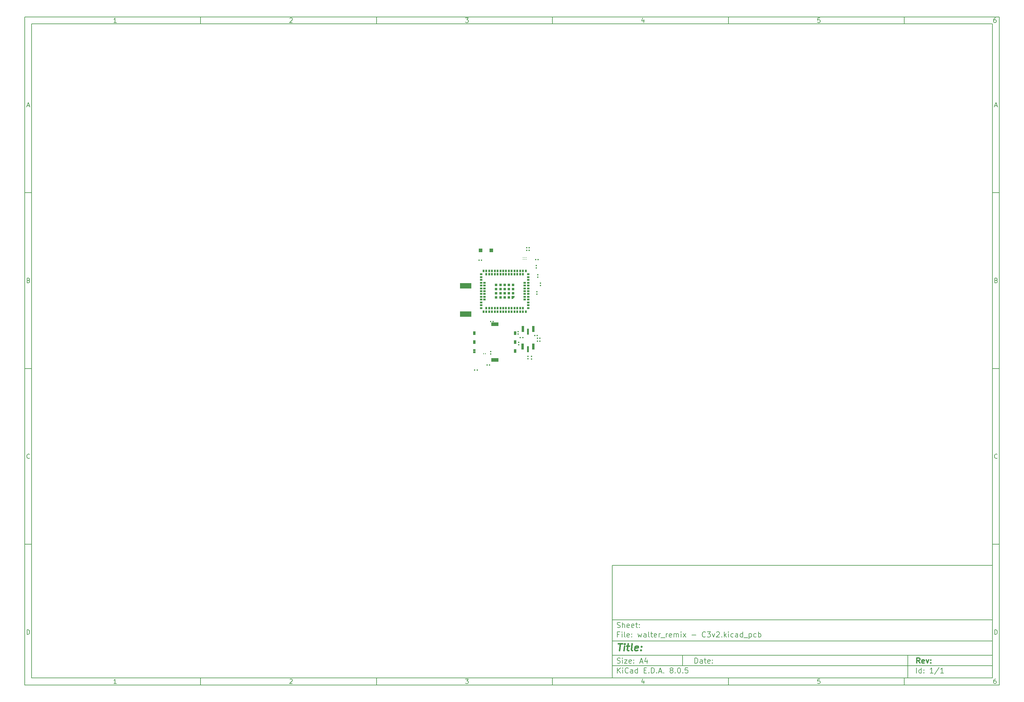
<source format=gbr>
%TF.GenerationSoftware,KiCad,Pcbnew,8.0.5*%
%TF.CreationDate,2024-12-27T02:30:01+01:00*%
%TF.ProjectId,walter_remix - C3v2,77616c74-6572-45f7-9265-6d6978202d20,rev?*%
%TF.SameCoordinates,Original*%
%TF.FileFunction,Paste,Bot*%
%TF.FilePolarity,Positive*%
%FSLAX45Y45*%
G04 Gerber Fmt 4.5, Leading zero omitted, Abs format (unit mm)*
G04 Created by KiCad (PCBNEW 8.0.5) date 2024-12-27 02:30:01*
%MOMM*%
%LPD*%
G01*
G04 APERTURE LIST*
G04 Aperture macros list*
%AMRoundRect*
0 Rectangle with rounded corners*
0 $1 Rounding radius*
0 $2 $3 $4 $5 $6 $7 $8 $9 X,Y pos of 4 corners*
0 Add a 4 corners polygon primitive as box body*
4,1,4,$2,$3,$4,$5,$6,$7,$8,$9,$2,$3,0*
0 Add four circle primitives for the rounded corners*
1,1,$1+$1,$2,$3*
1,1,$1+$1,$4,$5*
1,1,$1+$1,$6,$7*
1,1,$1+$1,$8,$9*
0 Add four rect primitives between the rounded corners*
20,1,$1+$1,$2,$3,$4,$5,0*
20,1,$1+$1,$4,$5,$6,$7,0*
20,1,$1+$1,$6,$7,$8,$9,0*
20,1,$1+$1,$8,$9,$2,$3,0*%
%AMOutline5P*
0 Free polygon, 5 corners , with rotation*
0 The origin of the aperture is its center*
0 number of corners: always 5*
0 $1 to $10 corner X, Y*
0 $11 Rotation angle, in degrees counterclockwise*
0 create outline with 5 corners*
4,1,5,$1,$2,$3,$4,$5,$6,$7,$8,$9,$10,$1,$2,$11*%
%AMOutline6P*
0 Free polygon, 6 corners , with rotation*
0 The origin of the aperture is its center*
0 number of corners: always 6*
0 $1 to $12 corner X, Y*
0 $13 Rotation angle, in degrees counterclockwise*
0 create outline with 6 corners*
4,1,6,$1,$2,$3,$4,$5,$6,$7,$8,$9,$10,$11,$12,$1,$2,$13*%
%AMOutline7P*
0 Free polygon, 7 corners , with rotation*
0 The origin of the aperture is its center*
0 number of corners: always 7*
0 $1 to $14 corner X, Y*
0 $15 Rotation angle, in degrees counterclockwise*
0 create outline with 7 corners*
4,1,7,$1,$2,$3,$4,$5,$6,$7,$8,$9,$10,$11,$12,$13,$14,$1,$2,$15*%
%AMOutline8P*
0 Free polygon, 8 corners , with rotation*
0 The origin of the aperture is its center*
0 number of corners: always 8*
0 $1 to $16 corner X, Y*
0 $17 Rotation angle, in degrees counterclockwise*
0 create outline with 8 corners*
4,1,8,$1,$2,$3,$4,$5,$6,$7,$8,$9,$10,$11,$12,$13,$14,$15,$16,$1,$2,$17*%
G04 Aperture macros list end*
%ADD10C,0.100000*%
%ADD11C,0.150000*%
%ADD12C,0.300000*%
%ADD13C,0.400000*%
%ADD14R,3.200000X1.600000*%
%ADD15R,0.700000X1.800000*%
%ADD16R,0.600000X1.800000*%
%ADD17R,1.000000X1.000000*%
%ADD18R,0.210000X0.400000*%
%ADD19R,0.200000X0.200000*%
%ADD20RoundRect,0.079500X0.100500X-0.079500X0.100500X0.079500X-0.100500X0.079500X-0.100500X-0.079500X0*%
%ADD21RoundRect,0.079500X0.079500X0.100500X-0.079500X0.100500X-0.079500X-0.100500X0.079500X-0.100500X0*%
%ADD22RoundRect,0.079500X-0.100500X0.079500X-0.100500X-0.079500X0.100500X-0.079500X0.100500X0.079500X0*%
%ADD23RoundRect,0.079500X-0.079500X-0.100500X0.079500X-0.100500X0.079500X0.100500X-0.079500X0.100500X0*%
%ADD24R,2.000000X1.000000*%
%ADD25R,0.700000X1.000000*%
%ADD26R,0.700000X0.500000*%
%ADD27R,0.800000X0.800000*%
%ADD28Outline5P,-0.400000X0.400000X0.000000X0.400000X0.400000X0.000000X0.400000X-0.400000X-0.400000X-0.400000X270.000000*%
%ADD29R,0.500000X0.700000*%
G04 APERTURE END LIST*
D10*
D11*
X17700220Y-16600720D02*
X28500220Y-16600720D01*
X28500220Y-19800720D01*
X17700220Y-19800720D01*
X17700220Y-16600720D01*
D10*
D11*
X1000000Y-1000000D02*
X28700220Y-1000000D01*
X28700220Y-20000720D01*
X1000000Y-20000720D01*
X1000000Y-1000000D01*
D10*
D11*
X1200000Y-1200000D02*
X28500220Y-1200000D01*
X28500220Y-19800720D01*
X1200000Y-19800720D01*
X1200000Y-1200000D01*
D10*
D11*
X6000000Y-1200000D02*
X6000000Y-1000000D01*
D10*
D11*
X11000000Y-1200000D02*
X11000000Y-1000000D01*
D10*
D11*
X16000000Y-1200000D02*
X16000000Y-1000000D01*
D10*
D11*
X21000000Y-1200000D02*
X21000000Y-1000000D01*
D10*
D11*
X26000000Y-1200000D02*
X26000000Y-1000000D01*
D10*
D11*
X3608916Y-1159360D02*
X3534630Y-1159360D01*
X3571773Y-1159360D02*
X3571773Y-1029360D01*
X3571773Y-1029360D02*
X3559392Y-1047932D01*
X3559392Y-1047932D02*
X3547011Y-1060313D01*
X3547011Y-1060313D02*
X3534630Y-1066503D01*
D10*
D11*
X8534630Y-1041741D02*
X8540821Y-1035551D01*
X8540821Y-1035551D02*
X8553202Y-1029360D01*
X8553202Y-1029360D02*
X8584154Y-1029360D01*
X8584154Y-1029360D02*
X8596535Y-1035551D01*
X8596535Y-1035551D02*
X8602726Y-1041741D01*
X8602726Y-1041741D02*
X8608916Y-1054122D01*
X8608916Y-1054122D02*
X8608916Y-1066503D01*
X8608916Y-1066503D02*
X8602726Y-1085075D01*
X8602726Y-1085075D02*
X8528440Y-1159360D01*
X8528440Y-1159360D02*
X8608916Y-1159360D01*
D10*
D11*
X13528440Y-1029360D02*
X13608916Y-1029360D01*
X13608916Y-1029360D02*
X13565583Y-1078884D01*
X13565583Y-1078884D02*
X13584154Y-1078884D01*
X13584154Y-1078884D02*
X13596535Y-1085075D01*
X13596535Y-1085075D02*
X13602725Y-1091265D01*
X13602725Y-1091265D02*
X13608916Y-1103646D01*
X13608916Y-1103646D02*
X13608916Y-1134599D01*
X13608916Y-1134599D02*
X13602725Y-1146980D01*
X13602725Y-1146980D02*
X13596535Y-1153170D01*
X13596535Y-1153170D02*
X13584154Y-1159360D01*
X13584154Y-1159360D02*
X13547011Y-1159360D01*
X13547011Y-1159360D02*
X13534630Y-1153170D01*
X13534630Y-1153170D02*
X13528440Y-1146980D01*
D10*
D11*
X18596535Y-1072694D02*
X18596535Y-1159360D01*
X18565583Y-1023170D02*
X18534630Y-1116027D01*
X18534630Y-1116027D02*
X18615106Y-1116027D01*
D10*
D11*
X23602725Y-1029360D02*
X23540821Y-1029360D01*
X23540821Y-1029360D02*
X23534630Y-1091265D01*
X23534630Y-1091265D02*
X23540821Y-1085075D01*
X23540821Y-1085075D02*
X23553202Y-1078884D01*
X23553202Y-1078884D02*
X23584154Y-1078884D01*
X23584154Y-1078884D02*
X23596535Y-1085075D01*
X23596535Y-1085075D02*
X23602725Y-1091265D01*
X23602725Y-1091265D02*
X23608916Y-1103646D01*
X23608916Y-1103646D02*
X23608916Y-1134599D01*
X23608916Y-1134599D02*
X23602725Y-1146980D01*
X23602725Y-1146980D02*
X23596535Y-1153170D01*
X23596535Y-1153170D02*
X23584154Y-1159360D01*
X23584154Y-1159360D02*
X23553202Y-1159360D01*
X23553202Y-1159360D02*
X23540821Y-1153170D01*
X23540821Y-1153170D02*
X23534630Y-1146980D01*
D10*
D11*
X28596535Y-1029360D02*
X28571773Y-1029360D01*
X28571773Y-1029360D02*
X28559392Y-1035551D01*
X28559392Y-1035551D02*
X28553202Y-1041741D01*
X28553202Y-1041741D02*
X28540821Y-1060313D01*
X28540821Y-1060313D02*
X28534630Y-1085075D01*
X28534630Y-1085075D02*
X28534630Y-1134599D01*
X28534630Y-1134599D02*
X28540821Y-1146980D01*
X28540821Y-1146980D02*
X28547011Y-1153170D01*
X28547011Y-1153170D02*
X28559392Y-1159360D01*
X28559392Y-1159360D02*
X28584154Y-1159360D01*
X28584154Y-1159360D02*
X28596535Y-1153170D01*
X28596535Y-1153170D02*
X28602725Y-1146980D01*
X28602725Y-1146980D02*
X28608916Y-1134599D01*
X28608916Y-1134599D02*
X28608916Y-1103646D01*
X28608916Y-1103646D02*
X28602725Y-1091265D01*
X28602725Y-1091265D02*
X28596535Y-1085075D01*
X28596535Y-1085075D02*
X28584154Y-1078884D01*
X28584154Y-1078884D02*
X28559392Y-1078884D01*
X28559392Y-1078884D02*
X28547011Y-1085075D01*
X28547011Y-1085075D02*
X28540821Y-1091265D01*
X28540821Y-1091265D02*
X28534630Y-1103646D01*
D10*
D11*
X6000000Y-19800720D02*
X6000000Y-20000720D01*
D10*
D11*
X11000000Y-19800720D02*
X11000000Y-20000720D01*
D10*
D11*
X16000000Y-19800720D02*
X16000000Y-20000720D01*
D10*
D11*
X21000000Y-19800720D02*
X21000000Y-20000720D01*
D10*
D11*
X26000000Y-19800720D02*
X26000000Y-20000720D01*
D10*
D11*
X3608916Y-19960080D02*
X3534630Y-19960080D01*
X3571773Y-19960080D02*
X3571773Y-19830080D01*
X3571773Y-19830080D02*
X3559392Y-19848652D01*
X3559392Y-19848652D02*
X3547011Y-19861033D01*
X3547011Y-19861033D02*
X3534630Y-19867223D01*
D10*
D11*
X8534630Y-19842461D02*
X8540821Y-19836271D01*
X8540821Y-19836271D02*
X8553202Y-19830080D01*
X8553202Y-19830080D02*
X8584154Y-19830080D01*
X8584154Y-19830080D02*
X8596535Y-19836271D01*
X8596535Y-19836271D02*
X8602726Y-19842461D01*
X8602726Y-19842461D02*
X8608916Y-19854842D01*
X8608916Y-19854842D02*
X8608916Y-19867223D01*
X8608916Y-19867223D02*
X8602726Y-19885795D01*
X8602726Y-19885795D02*
X8528440Y-19960080D01*
X8528440Y-19960080D02*
X8608916Y-19960080D01*
D10*
D11*
X13528440Y-19830080D02*
X13608916Y-19830080D01*
X13608916Y-19830080D02*
X13565583Y-19879604D01*
X13565583Y-19879604D02*
X13584154Y-19879604D01*
X13584154Y-19879604D02*
X13596535Y-19885795D01*
X13596535Y-19885795D02*
X13602725Y-19891985D01*
X13602725Y-19891985D02*
X13608916Y-19904366D01*
X13608916Y-19904366D02*
X13608916Y-19935319D01*
X13608916Y-19935319D02*
X13602725Y-19947700D01*
X13602725Y-19947700D02*
X13596535Y-19953890D01*
X13596535Y-19953890D02*
X13584154Y-19960080D01*
X13584154Y-19960080D02*
X13547011Y-19960080D01*
X13547011Y-19960080D02*
X13534630Y-19953890D01*
X13534630Y-19953890D02*
X13528440Y-19947700D01*
D10*
D11*
X18596535Y-19873414D02*
X18596535Y-19960080D01*
X18565583Y-19823890D02*
X18534630Y-19916747D01*
X18534630Y-19916747D02*
X18615106Y-19916747D01*
D10*
D11*
X23602725Y-19830080D02*
X23540821Y-19830080D01*
X23540821Y-19830080D02*
X23534630Y-19891985D01*
X23534630Y-19891985D02*
X23540821Y-19885795D01*
X23540821Y-19885795D02*
X23553202Y-19879604D01*
X23553202Y-19879604D02*
X23584154Y-19879604D01*
X23584154Y-19879604D02*
X23596535Y-19885795D01*
X23596535Y-19885795D02*
X23602725Y-19891985D01*
X23602725Y-19891985D02*
X23608916Y-19904366D01*
X23608916Y-19904366D02*
X23608916Y-19935319D01*
X23608916Y-19935319D02*
X23602725Y-19947700D01*
X23602725Y-19947700D02*
X23596535Y-19953890D01*
X23596535Y-19953890D02*
X23584154Y-19960080D01*
X23584154Y-19960080D02*
X23553202Y-19960080D01*
X23553202Y-19960080D02*
X23540821Y-19953890D01*
X23540821Y-19953890D02*
X23534630Y-19947700D01*
D10*
D11*
X28596535Y-19830080D02*
X28571773Y-19830080D01*
X28571773Y-19830080D02*
X28559392Y-19836271D01*
X28559392Y-19836271D02*
X28553202Y-19842461D01*
X28553202Y-19842461D02*
X28540821Y-19861033D01*
X28540821Y-19861033D02*
X28534630Y-19885795D01*
X28534630Y-19885795D02*
X28534630Y-19935319D01*
X28534630Y-19935319D02*
X28540821Y-19947700D01*
X28540821Y-19947700D02*
X28547011Y-19953890D01*
X28547011Y-19953890D02*
X28559392Y-19960080D01*
X28559392Y-19960080D02*
X28584154Y-19960080D01*
X28584154Y-19960080D02*
X28596535Y-19953890D01*
X28596535Y-19953890D02*
X28602725Y-19947700D01*
X28602725Y-19947700D02*
X28608916Y-19935319D01*
X28608916Y-19935319D02*
X28608916Y-19904366D01*
X28608916Y-19904366D02*
X28602725Y-19891985D01*
X28602725Y-19891985D02*
X28596535Y-19885795D01*
X28596535Y-19885795D02*
X28584154Y-19879604D01*
X28584154Y-19879604D02*
X28559392Y-19879604D01*
X28559392Y-19879604D02*
X28547011Y-19885795D01*
X28547011Y-19885795D02*
X28540821Y-19891985D01*
X28540821Y-19891985D02*
X28534630Y-19904366D01*
D10*
D11*
X1000000Y-6000000D02*
X1200000Y-6000000D01*
D10*
D11*
X1000000Y-11000000D02*
X1200000Y-11000000D01*
D10*
D11*
X1000000Y-16000000D02*
X1200000Y-16000000D01*
D10*
D11*
X1069048Y-3522218D02*
X1130952Y-3522218D01*
X1056667Y-3559360D02*
X1100000Y-3429360D01*
X1100000Y-3429360D02*
X1143333Y-3559360D01*
D10*
D11*
X1109286Y-8491265D02*
X1127857Y-8497456D01*
X1127857Y-8497456D02*
X1134048Y-8503646D01*
X1134048Y-8503646D02*
X1140238Y-8516027D01*
X1140238Y-8516027D02*
X1140238Y-8534599D01*
X1140238Y-8534599D02*
X1134048Y-8546980D01*
X1134048Y-8546980D02*
X1127857Y-8553170D01*
X1127857Y-8553170D02*
X1115476Y-8559360D01*
X1115476Y-8559360D02*
X1065952Y-8559360D01*
X1065952Y-8559360D02*
X1065952Y-8429360D01*
X1065952Y-8429360D02*
X1109286Y-8429360D01*
X1109286Y-8429360D02*
X1121667Y-8435551D01*
X1121667Y-8435551D02*
X1127857Y-8441741D01*
X1127857Y-8441741D02*
X1134048Y-8454122D01*
X1134048Y-8454122D02*
X1134048Y-8466503D01*
X1134048Y-8466503D02*
X1127857Y-8478884D01*
X1127857Y-8478884D02*
X1121667Y-8485075D01*
X1121667Y-8485075D02*
X1109286Y-8491265D01*
X1109286Y-8491265D02*
X1065952Y-8491265D01*
D10*
D11*
X1140238Y-13546979D02*
X1134048Y-13553170D01*
X1134048Y-13553170D02*
X1115476Y-13559360D01*
X1115476Y-13559360D02*
X1103095Y-13559360D01*
X1103095Y-13559360D02*
X1084524Y-13553170D01*
X1084524Y-13553170D02*
X1072143Y-13540789D01*
X1072143Y-13540789D02*
X1065952Y-13528408D01*
X1065952Y-13528408D02*
X1059762Y-13503646D01*
X1059762Y-13503646D02*
X1059762Y-13485075D01*
X1059762Y-13485075D02*
X1065952Y-13460313D01*
X1065952Y-13460313D02*
X1072143Y-13447932D01*
X1072143Y-13447932D02*
X1084524Y-13435551D01*
X1084524Y-13435551D02*
X1103095Y-13429360D01*
X1103095Y-13429360D02*
X1115476Y-13429360D01*
X1115476Y-13429360D02*
X1134048Y-13435551D01*
X1134048Y-13435551D02*
X1140238Y-13441741D01*
D10*
D11*
X1065952Y-18559360D02*
X1065952Y-18429360D01*
X1065952Y-18429360D02*
X1096905Y-18429360D01*
X1096905Y-18429360D02*
X1115476Y-18435551D01*
X1115476Y-18435551D02*
X1127857Y-18447932D01*
X1127857Y-18447932D02*
X1134048Y-18460313D01*
X1134048Y-18460313D02*
X1140238Y-18485075D01*
X1140238Y-18485075D02*
X1140238Y-18503646D01*
X1140238Y-18503646D02*
X1134048Y-18528408D01*
X1134048Y-18528408D02*
X1127857Y-18540789D01*
X1127857Y-18540789D02*
X1115476Y-18553170D01*
X1115476Y-18553170D02*
X1096905Y-18559360D01*
X1096905Y-18559360D02*
X1065952Y-18559360D01*
D10*
D11*
X28700220Y-6000000D02*
X28500220Y-6000000D01*
D10*
D11*
X28700220Y-11000000D02*
X28500220Y-11000000D01*
D10*
D11*
X28700220Y-16000000D02*
X28500220Y-16000000D01*
D10*
D11*
X28569268Y-3522218D02*
X28631172Y-3522218D01*
X28556887Y-3559360D02*
X28600220Y-3429360D01*
X28600220Y-3429360D02*
X28643553Y-3559360D01*
D10*
D11*
X28609506Y-8491265D02*
X28628077Y-8497456D01*
X28628077Y-8497456D02*
X28634268Y-8503646D01*
X28634268Y-8503646D02*
X28640458Y-8516027D01*
X28640458Y-8516027D02*
X28640458Y-8534599D01*
X28640458Y-8534599D02*
X28634268Y-8546980D01*
X28634268Y-8546980D02*
X28628077Y-8553170D01*
X28628077Y-8553170D02*
X28615696Y-8559360D01*
X28615696Y-8559360D02*
X28566172Y-8559360D01*
X28566172Y-8559360D02*
X28566172Y-8429360D01*
X28566172Y-8429360D02*
X28609506Y-8429360D01*
X28609506Y-8429360D02*
X28621887Y-8435551D01*
X28621887Y-8435551D02*
X28628077Y-8441741D01*
X28628077Y-8441741D02*
X28634268Y-8454122D01*
X28634268Y-8454122D02*
X28634268Y-8466503D01*
X28634268Y-8466503D02*
X28628077Y-8478884D01*
X28628077Y-8478884D02*
X28621887Y-8485075D01*
X28621887Y-8485075D02*
X28609506Y-8491265D01*
X28609506Y-8491265D02*
X28566172Y-8491265D01*
D10*
D11*
X28640458Y-13546979D02*
X28634268Y-13553170D01*
X28634268Y-13553170D02*
X28615696Y-13559360D01*
X28615696Y-13559360D02*
X28603315Y-13559360D01*
X28603315Y-13559360D02*
X28584744Y-13553170D01*
X28584744Y-13553170D02*
X28572363Y-13540789D01*
X28572363Y-13540789D02*
X28566172Y-13528408D01*
X28566172Y-13528408D02*
X28559982Y-13503646D01*
X28559982Y-13503646D02*
X28559982Y-13485075D01*
X28559982Y-13485075D02*
X28566172Y-13460313D01*
X28566172Y-13460313D02*
X28572363Y-13447932D01*
X28572363Y-13447932D02*
X28584744Y-13435551D01*
X28584744Y-13435551D02*
X28603315Y-13429360D01*
X28603315Y-13429360D02*
X28615696Y-13429360D01*
X28615696Y-13429360D02*
X28634268Y-13435551D01*
X28634268Y-13435551D02*
X28640458Y-13441741D01*
D10*
D11*
X28566172Y-18559360D02*
X28566172Y-18429360D01*
X28566172Y-18429360D02*
X28597125Y-18429360D01*
X28597125Y-18429360D02*
X28615696Y-18435551D01*
X28615696Y-18435551D02*
X28628077Y-18447932D01*
X28628077Y-18447932D02*
X28634268Y-18460313D01*
X28634268Y-18460313D02*
X28640458Y-18485075D01*
X28640458Y-18485075D02*
X28640458Y-18503646D01*
X28640458Y-18503646D02*
X28634268Y-18528408D01*
X28634268Y-18528408D02*
X28628077Y-18540789D01*
X28628077Y-18540789D02*
X28615696Y-18553170D01*
X28615696Y-18553170D02*
X28597125Y-18559360D01*
X28597125Y-18559360D02*
X28566172Y-18559360D01*
D10*
D11*
X20045803Y-19379333D02*
X20045803Y-19229333D01*
X20045803Y-19229333D02*
X20081517Y-19229333D01*
X20081517Y-19229333D02*
X20102946Y-19236476D01*
X20102946Y-19236476D02*
X20117231Y-19250761D01*
X20117231Y-19250761D02*
X20124374Y-19265047D01*
X20124374Y-19265047D02*
X20131517Y-19293619D01*
X20131517Y-19293619D02*
X20131517Y-19315047D01*
X20131517Y-19315047D02*
X20124374Y-19343619D01*
X20124374Y-19343619D02*
X20117231Y-19357904D01*
X20117231Y-19357904D02*
X20102946Y-19372190D01*
X20102946Y-19372190D02*
X20081517Y-19379333D01*
X20081517Y-19379333D02*
X20045803Y-19379333D01*
X20260088Y-19379333D02*
X20260088Y-19300761D01*
X20260088Y-19300761D02*
X20252946Y-19286476D01*
X20252946Y-19286476D02*
X20238660Y-19279333D01*
X20238660Y-19279333D02*
X20210088Y-19279333D01*
X20210088Y-19279333D02*
X20195803Y-19286476D01*
X20260088Y-19372190D02*
X20245803Y-19379333D01*
X20245803Y-19379333D02*
X20210088Y-19379333D01*
X20210088Y-19379333D02*
X20195803Y-19372190D01*
X20195803Y-19372190D02*
X20188660Y-19357904D01*
X20188660Y-19357904D02*
X20188660Y-19343619D01*
X20188660Y-19343619D02*
X20195803Y-19329333D01*
X20195803Y-19329333D02*
X20210088Y-19322190D01*
X20210088Y-19322190D02*
X20245803Y-19322190D01*
X20245803Y-19322190D02*
X20260088Y-19315047D01*
X20310088Y-19279333D02*
X20367231Y-19279333D01*
X20331517Y-19229333D02*
X20331517Y-19357904D01*
X20331517Y-19357904D02*
X20338660Y-19372190D01*
X20338660Y-19372190D02*
X20352946Y-19379333D01*
X20352946Y-19379333D02*
X20367231Y-19379333D01*
X20474374Y-19372190D02*
X20460088Y-19379333D01*
X20460088Y-19379333D02*
X20431517Y-19379333D01*
X20431517Y-19379333D02*
X20417231Y-19372190D01*
X20417231Y-19372190D02*
X20410088Y-19357904D01*
X20410088Y-19357904D02*
X20410088Y-19300761D01*
X20410088Y-19300761D02*
X20417231Y-19286476D01*
X20417231Y-19286476D02*
X20431517Y-19279333D01*
X20431517Y-19279333D02*
X20460088Y-19279333D01*
X20460088Y-19279333D02*
X20474374Y-19286476D01*
X20474374Y-19286476D02*
X20481517Y-19300761D01*
X20481517Y-19300761D02*
X20481517Y-19315047D01*
X20481517Y-19315047D02*
X20410088Y-19329333D01*
X20545803Y-19365047D02*
X20552946Y-19372190D01*
X20552946Y-19372190D02*
X20545803Y-19379333D01*
X20545803Y-19379333D02*
X20538660Y-19372190D01*
X20538660Y-19372190D02*
X20545803Y-19365047D01*
X20545803Y-19365047D02*
X20545803Y-19379333D01*
X20545803Y-19286476D02*
X20552946Y-19293619D01*
X20552946Y-19293619D02*
X20545803Y-19300761D01*
X20545803Y-19300761D02*
X20538660Y-19293619D01*
X20538660Y-19293619D02*
X20545803Y-19286476D01*
X20545803Y-19286476D02*
X20545803Y-19300761D01*
D10*
D11*
X17700220Y-19450720D02*
X28500220Y-19450720D01*
D10*
D11*
X17845803Y-19659333D02*
X17845803Y-19509333D01*
X17931517Y-19659333D02*
X17867231Y-19573619D01*
X17931517Y-19509333D02*
X17845803Y-19595047D01*
X17995803Y-19659333D02*
X17995803Y-19559333D01*
X17995803Y-19509333D02*
X17988660Y-19516476D01*
X17988660Y-19516476D02*
X17995803Y-19523619D01*
X17995803Y-19523619D02*
X18002946Y-19516476D01*
X18002946Y-19516476D02*
X17995803Y-19509333D01*
X17995803Y-19509333D02*
X17995803Y-19523619D01*
X18152946Y-19645047D02*
X18145803Y-19652190D01*
X18145803Y-19652190D02*
X18124374Y-19659333D01*
X18124374Y-19659333D02*
X18110088Y-19659333D01*
X18110088Y-19659333D02*
X18088660Y-19652190D01*
X18088660Y-19652190D02*
X18074374Y-19637904D01*
X18074374Y-19637904D02*
X18067231Y-19623619D01*
X18067231Y-19623619D02*
X18060088Y-19595047D01*
X18060088Y-19595047D02*
X18060088Y-19573619D01*
X18060088Y-19573619D02*
X18067231Y-19545047D01*
X18067231Y-19545047D02*
X18074374Y-19530761D01*
X18074374Y-19530761D02*
X18088660Y-19516476D01*
X18088660Y-19516476D02*
X18110088Y-19509333D01*
X18110088Y-19509333D02*
X18124374Y-19509333D01*
X18124374Y-19509333D02*
X18145803Y-19516476D01*
X18145803Y-19516476D02*
X18152946Y-19523619D01*
X18281517Y-19659333D02*
X18281517Y-19580761D01*
X18281517Y-19580761D02*
X18274374Y-19566476D01*
X18274374Y-19566476D02*
X18260088Y-19559333D01*
X18260088Y-19559333D02*
X18231517Y-19559333D01*
X18231517Y-19559333D02*
X18217231Y-19566476D01*
X18281517Y-19652190D02*
X18267231Y-19659333D01*
X18267231Y-19659333D02*
X18231517Y-19659333D01*
X18231517Y-19659333D02*
X18217231Y-19652190D01*
X18217231Y-19652190D02*
X18210088Y-19637904D01*
X18210088Y-19637904D02*
X18210088Y-19623619D01*
X18210088Y-19623619D02*
X18217231Y-19609333D01*
X18217231Y-19609333D02*
X18231517Y-19602190D01*
X18231517Y-19602190D02*
X18267231Y-19602190D01*
X18267231Y-19602190D02*
X18281517Y-19595047D01*
X18417231Y-19659333D02*
X18417231Y-19509333D01*
X18417231Y-19652190D02*
X18402946Y-19659333D01*
X18402946Y-19659333D02*
X18374374Y-19659333D01*
X18374374Y-19659333D02*
X18360088Y-19652190D01*
X18360088Y-19652190D02*
X18352946Y-19645047D01*
X18352946Y-19645047D02*
X18345803Y-19630761D01*
X18345803Y-19630761D02*
X18345803Y-19587904D01*
X18345803Y-19587904D02*
X18352946Y-19573619D01*
X18352946Y-19573619D02*
X18360088Y-19566476D01*
X18360088Y-19566476D02*
X18374374Y-19559333D01*
X18374374Y-19559333D02*
X18402946Y-19559333D01*
X18402946Y-19559333D02*
X18417231Y-19566476D01*
X18602946Y-19580761D02*
X18652946Y-19580761D01*
X18674374Y-19659333D02*
X18602946Y-19659333D01*
X18602946Y-19659333D02*
X18602946Y-19509333D01*
X18602946Y-19509333D02*
X18674374Y-19509333D01*
X18738660Y-19645047D02*
X18745803Y-19652190D01*
X18745803Y-19652190D02*
X18738660Y-19659333D01*
X18738660Y-19659333D02*
X18731517Y-19652190D01*
X18731517Y-19652190D02*
X18738660Y-19645047D01*
X18738660Y-19645047D02*
X18738660Y-19659333D01*
X18810088Y-19659333D02*
X18810088Y-19509333D01*
X18810088Y-19509333D02*
X18845803Y-19509333D01*
X18845803Y-19509333D02*
X18867231Y-19516476D01*
X18867231Y-19516476D02*
X18881517Y-19530761D01*
X18881517Y-19530761D02*
X18888660Y-19545047D01*
X18888660Y-19545047D02*
X18895803Y-19573619D01*
X18895803Y-19573619D02*
X18895803Y-19595047D01*
X18895803Y-19595047D02*
X18888660Y-19623619D01*
X18888660Y-19623619D02*
X18881517Y-19637904D01*
X18881517Y-19637904D02*
X18867231Y-19652190D01*
X18867231Y-19652190D02*
X18845803Y-19659333D01*
X18845803Y-19659333D02*
X18810088Y-19659333D01*
X18960088Y-19645047D02*
X18967231Y-19652190D01*
X18967231Y-19652190D02*
X18960088Y-19659333D01*
X18960088Y-19659333D02*
X18952946Y-19652190D01*
X18952946Y-19652190D02*
X18960088Y-19645047D01*
X18960088Y-19645047D02*
X18960088Y-19659333D01*
X19024374Y-19616476D02*
X19095803Y-19616476D01*
X19010089Y-19659333D02*
X19060089Y-19509333D01*
X19060089Y-19509333D02*
X19110089Y-19659333D01*
X19160088Y-19645047D02*
X19167231Y-19652190D01*
X19167231Y-19652190D02*
X19160088Y-19659333D01*
X19160088Y-19659333D02*
X19152946Y-19652190D01*
X19152946Y-19652190D02*
X19160088Y-19645047D01*
X19160088Y-19645047D02*
X19160088Y-19659333D01*
X19367231Y-19573619D02*
X19352946Y-19566476D01*
X19352946Y-19566476D02*
X19345803Y-19559333D01*
X19345803Y-19559333D02*
X19338660Y-19545047D01*
X19338660Y-19545047D02*
X19338660Y-19537904D01*
X19338660Y-19537904D02*
X19345803Y-19523619D01*
X19345803Y-19523619D02*
X19352946Y-19516476D01*
X19352946Y-19516476D02*
X19367231Y-19509333D01*
X19367231Y-19509333D02*
X19395803Y-19509333D01*
X19395803Y-19509333D02*
X19410089Y-19516476D01*
X19410089Y-19516476D02*
X19417231Y-19523619D01*
X19417231Y-19523619D02*
X19424374Y-19537904D01*
X19424374Y-19537904D02*
X19424374Y-19545047D01*
X19424374Y-19545047D02*
X19417231Y-19559333D01*
X19417231Y-19559333D02*
X19410089Y-19566476D01*
X19410089Y-19566476D02*
X19395803Y-19573619D01*
X19395803Y-19573619D02*
X19367231Y-19573619D01*
X19367231Y-19573619D02*
X19352946Y-19580761D01*
X19352946Y-19580761D02*
X19345803Y-19587904D01*
X19345803Y-19587904D02*
X19338660Y-19602190D01*
X19338660Y-19602190D02*
X19338660Y-19630761D01*
X19338660Y-19630761D02*
X19345803Y-19645047D01*
X19345803Y-19645047D02*
X19352946Y-19652190D01*
X19352946Y-19652190D02*
X19367231Y-19659333D01*
X19367231Y-19659333D02*
X19395803Y-19659333D01*
X19395803Y-19659333D02*
X19410089Y-19652190D01*
X19410089Y-19652190D02*
X19417231Y-19645047D01*
X19417231Y-19645047D02*
X19424374Y-19630761D01*
X19424374Y-19630761D02*
X19424374Y-19602190D01*
X19424374Y-19602190D02*
X19417231Y-19587904D01*
X19417231Y-19587904D02*
X19410089Y-19580761D01*
X19410089Y-19580761D02*
X19395803Y-19573619D01*
X19488660Y-19645047D02*
X19495803Y-19652190D01*
X19495803Y-19652190D02*
X19488660Y-19659333D01*
X19488660Y-19659333D02*
X19481517Y-19652190D01*
X19481517Y-19652190D02*
X19488660Y-19645047D01*
X19488660Y-19645047D02*
X19488660Y-19659333D01*
X19588660Y-19509333D02*
X19602946Y-19509333D01*
X19602946Y-19509333D02*
X19617231Y-19516476D01*
X19617231Y-19516476D02*
X19624374Y-19523619D01*
X19624374Y-19523619D02*
X19631517Y-19537904D01*
X19631517Y-19537904D02*
X19638660Y-19566476D01*
X19638660Y-19566476D02*
X19638660Y-19602190D01*
X19638660Y-19602190D02*
X19631517Y-19630761D01*
X19631517Y-19630761D02*
X19624374Y-19645047D01*
X19624374Y-19645047D02*
X19617231Y-19652190D01*
X19617231Y-19652190D02*
X19602946Y-19659333D01*
X19602946Y-19659333D02*
X19588660Y-19659333D01*
X19588660Y-19659333D02*
X19574374Y-19652190D01*
X19574374Y-19652190D02*
X19567231Y-19645047D01*
X19567231Y-19645047D02*
X19560088Y-19630761D01*
X19560088Y-19630761D02*
X19552946Y-19602190D01*
X19552946Y-19602190D02*
X19552946Y-19566476D01*
X19552946Y-19566476D02*
X19560088Y-19537904D01*
X19560088Y-19537904D02*
X19567231Y-19523619D01*
X19567231Y-19523619D02*
X19574374Y-19516476D01*
X19574374Y-19516476D02*
X19588660Y-19509333D01*
X19702946Y-19645047D02*
X19710088Y-19652190D01*
X19710088Y-19652190D02*
X19702946Y-19659333D01*
X19702946Y-19659333D02*
X19695803Y-19652190D01*
X19695803Y-19652190D02*
X19702946Y-19645047D01*
X19702946Y-19645047D02*
X19702946Y-19659333D01*
X19845803Y-19509333D02*
X19774374Y-19509333D01*
X19774374Y-19509333D02*
X19767231Y-19580761D01*
X19767231Y-19580761D02*
X19774374Y-19573619D01*
X19774374Y-19573619D02*
X19788660Y-19566476D01*
X19788660Y-19566476D02*
X19824374Y-19566476D01*
X19824374Y-19566476D02*
X19838660Y-19573619D01*
X19838660Y-19573619D02*
X19845803Y-19580761D01*
X19845803Y-19580761D02*
X19852946Y-19595047D01*
X19852946Y-19595047D02*
X19852946Y-19630761D01*
X19852946Y-19630761D02*
X19845803Y-19645047D01*
X19845803Y-19645047D02*
X19838660Y-19652190D01*
X19838660Y-19652190D02*
X19824374Y-19659333D01*
X19824374Y-19659333D02*
X19788660Y-19659333D01*
X19788660Y-19659333D02*
X19774374Y-19652190D01*
X19774374Y-19652190D02*
X19767231Y-19645047D01*
D10*
D11*
X17700220Y-19150720D02*
X28500220Y-19150720D01*
D10*
D12*
X26441385Y-19378553D02*
X26391385Y-19307124D01*
X26355671Y-19378553D02*
X26355671Y-19228553D01*
X26355671Y-19228553D02*
X26412814Y-19228553D01*
X26412814Y-19228553D02*
X26427100Y-19235696D01*
X26427100Y-19235696D02*
X26434242Y-19242839D01*
X26434242Y-19242839D02*
X26441385Y-19257124D01*
X26441385Y-19257124D02*
X26441385Y-19278553D01*
X26441385Y-19278553D02*
X26434242Y-19292839D01*
X26434242Y-19292839D02*
X26427100Y-19299981D01*
X26427100Y-19299981D02*
X26412814Y-19307124D01*
X26412814Y-19307124D02*
X26355671Y-19307124D01*
X26562814Y-19371410D02*
X26548528Y-19378553D01*
X26548528Y-19378553D02*
X26519957Y-19378553D01*
X26519957Y-19378553D02*
X26505671Y-19371410D01*
X26505671Y-19371410D02*
X26498528Y-19357124D01*
X26498528Y-19357124D02*
X26498528Y-19299981D01*
X26498528Y-19299981D02*
X26505671Y-19285696D01*
X26505671Y-19285696D02*
X26519957Y-19278553D01*
X26519957Y-19278553D02*
X26548528Y-19278553D01*
X26548528Y-19278553D02*
X26562814Y-19285696D01*
X26562814Y-19285696D02*
X26569957Y-19299981D01*
X26569957Y-19299981D02*
X26569957Y-19314267D01*
X26569957Y-19314267D02*
X26498528Y-19328553D01*
X26619957Y-19278553D02*
X26655671Y-19378553D01*
X26655671Y-19378553D02*
X26691385Y-19278553D01*
X26748528Y-19364267D02*
X26755671Y-19371410D01*
X26755671Y-19371410D02*
X26748528Y-19378553D01*
X26748528Y-19378553D02*
X26741385Y-19371410D01*
X26741385Y-19371410D02*
X26748528Y-19364267D01*
X26748528Y-19364267D02*
X26748528Y-19378553D01*
X26748528Y-19285696D02*
X26755671Y-19292839D01*
X26755671Y-19292839D02*
X26748528Y-19299981D01*
X26748528Y-19299981D02*
X26741385Y-19292839D01*
X26741385Y-19292839D02*
X26748528Y-19285696D01*
X26748528Y-19285696D02*
X26748528Y-19299981D01*
D10*
D11*
X17838660Y-19372190D02*
X17860088Y-19379333D01*
X17860088Y-19379333D02*
X17895803Y-19379333D01*
X17895803Y-19379333D02*
X17910088Y-19372190D01*
X17910088Y-19372190D02*
X17917231Y-19365047D01*
X17917231Y-19365047D02*
X17924374Y-19350761D01*
X17924374Y-19350761D02*
X17924374Y-19336476D01*
X17924374Y-19336476D02*
X17917231Y-19322190D01*
X17917231Y-19322190D02*
X17910088Y-19315047D01*
X17910088Y-19315047D02*
X17895803Y-19307904D01*
X17895803Y-19307904D02*
X17867231Y-19300761D01*
X17867231Y-19300761D02*
X17852946Y-19293619D01*
X17852946Y-19293619D02*
X17845803Y-19286476D01*
X17845803Y-19286476D02*
X17838660Y-19272190D01*
X17838660Y-19272190D02*
X17838660Y-19257904D01*
X17838660Y-19257904D02*
X17845803Y-19243619D01*
X17845803Y-19243619D02*
X17852946Y-19236476D01*
X17852946Y-19236476D02*
X17867231Y-19229333D01*
X17867231Y-19229333D02*
X17902946Y-19229333D01*
X17902946Y-19229333D02*
X17924374Y-19236476D01*
X17988660Y-19379333D02*
X17988660Y-19279333D01*
X17988660Y-19229333D02*
X17981517Y-19236476D01*
X17981517Y-19236476D02*
X17988660Y-19243619D01*
X17988660Y-19243619D02*
X17995803Y-19236476D01*
X17995803Y-19236476D02*
X17988660Y-19229333D01*
X17988660Y-19229333D02*
X17988660Y-19243619D01*
X18045803Y-19279333D02*
X18124374Y-19279333D01*
X18124374Y-19279333D02*
X18045803Y-19379333D01*
X18045803Y-19379333D02*
X18124374Y-19379333D01*
X18238660Y-19372190D02*
X18224374Y-19379333D01*
X18224374Y-19379333D02*
X18195803Y-19379333D01*
X18195803Y-19379333D02*
X18181517Y-19372190D01*
X18181517Y-19372190D02*
X18174374Y-19357904D01*
X18174374Y-19357904D02*
X18174374Y-19300761D01*
X18174374Y-19300761D02*
X18181517Y-19286476D01*
X18181517Y-19286476D02*
X18195803Y-19279333D01*
X18195803Y-19279333D02*
X18224374Y-19279333D01*
X18224374Y-19279333D02*
X18238660Y-19286476D01*
X18238660Y-19286476D02*
X18245803Y-19300761D01*
X18245803Y-19300761D02*
X18245803Y-19315047D01*
X18245803Y-19315047D02*
X18174374Y-19329333D01*
X18310088Y-19365047D02*
X18317231Y-19372190D01*
X18317231Y-19372190D02*
X18310088Y-19379333D01*
X18310088Y-19379333D02*
X18302946Y-19372190D01*
X18302946Y-19372190D02*
X18310088Y-19365047D01*
X18310088Y-19365047D02*
X18310088Y-19379333D01*
X18310088Y-19286476D02*
X18317231Y-19293619D01*
X18317231Y-19293619D02*
X18310088Y-19300761D01*
X18310088Y-19300761D02*
X18302946Y-19293619D01*
X18302946Y-19293619D02*
X18310088Y-19286476D01*
X18310088Y-19286476D02*
X18310088Y-19300761D01*
X18488660Y-19336476D02*
X18560088Y-19336476D01*
X18474374Y-19379333D02*
X18524374Y-19229333D01*
X18524374Y-19229333D02*
X18574374Y-19379333D01*
X18688660Y-19279333D02*
X18688660Y-19379333D01*
X18652946Y-19222190D02*
X18617231Y-19329333D01*
X18617231Y-19329333D02*
X18710088Y-19329333D01*
D10*
D11*
X26345803Y-19659333D02*
X26345803Y-19509333D01*
X26481517Y-19659333D02*
X26481517Y-19509333D01*
X26481517Y-19652190D02*
X26467231Y-19659333D01*
X26467231Y-19659333D02*
X26438660Y-19659333D01*
X26438660Y-19659333D02*
X26424374Y-19652190D01*
X26424374Y-19652190D02*
X26417231Y-19645047D01*
X26417231Y-19645047D02*
X26410088Y-19630761D01*
X26410088Y-19630761D02*
X26410088Y-19587904D01*
X26410088Y-19587904D02*
X26417231Y-19573619D01*
X26417231Y-19573619D02*
X26424374Y-19566476D01*
X26424374Y-19566476D02*
X26438660Y-19559333D01*
X26438660Y-19559333D02*
X26467231Y-19559333D01*
X26467231Y-19559333D02*
X26481517Y-19566476D01*
X26552945Y-19645047D02*
X26560088Y-19652190D01*
X26560088Y-19652190D02*
X26552945Y-19659333D01*
X26552945Y-19659333D02*
X26545803Y-19652190D01*
X26545803Y-19652190D02*
X26552945Y-19645047D01*
X26552945Y-19645047D02*
X26552945Y-19659333D01*
X26552945Y-19566476D02*
X26560088Y-19573619D01*
X26560088Y-19573619D02*
X26552945Y-19580761D01*
X26552945Y-19580761D02*
X26545803Y-19573619D01*
X26545803Y-19573619D02*
X26552945Y-19566476D01*
X26552945Y-19566476D02*
X26552945Y-19580761D01*
X26817231Y-19659333D02*
X26731517Y-19659333D01*
X26774374Y-19659333D02*
X26774374Y-19509333D01*
X26774374Y-19509333D02*
X26760088Y-19530761D01*
X26760088Y-19530761D02*
X26745803Y-19545047D01*
X26745803Y-19545047D02*
X26731517Y-19552190D01*
X26988660Y-19502190D02*
X26860088Y-19695047D01*
X27117231Y-19659333D02*
X27031517Y-19659333D01*
X27074374Y-19659333D02*
X27074374Y-19509333D01*
X27074374Y-19509333D02*
X27060088Y-19530761D01*
X27060088Y-19530761D02*
X27045803Y-19545047D01*
X27045803Y-19545047D02*
X27031517Y-19552190D01*
D10*
D11*
X17700220Y-18750720D02*
X28500220Y-18750720D01*
D10*
D13*
X17869393Y-18821164D02*
X17983679Y-18821164D01*
X17901536Y-19021164D02*
X17926536Y-18821164D01*
X18025345Y-19021164D02*
X18042012Y-18887830D01*
X18050345Y-18821164D02*
X18039631Y-18830688D01*
X18039631Y-18830688D02*
X18047964Y-18840211D01*
X18047964Y-18840211D02*
X18058679Y-18830688D01*
X18058679Y-18830688D02*
X18050345Y-18821164D01*
X18050345Y-18821164D02*
X18047964Y-18840211D01*
X18108679Y-18887830D02*
X18184869Y-18887830D01*
X18145583Y-18821164D02*
X18124155Y-18992592D01*
X18124155Y-18992592D02*
X18131298Y-19011640D01*
X18131298Y-19011640D02*
X18149155Y-19021164D01*
X18149155Y-19021164D02*
X18168202Y-19021164D01*
X18263441Y-19021164D02*
X18245583Y-19011640D01*
X18245583Y-19011640D02*
X18238441Y-18992592D01*
X18238441Y-18992592D02*
X18259869Y-18821164D01*
X18417012Y-19011640D02*
X18396774Y-19021164D01*
X18396774Y-19021164D02*
X18358679Y-19021164D01*
X18358679Y-19021164D02*
X18340821Y-19011640D01*
X18340821Y-19011640D02*
X18333679Y-18992592D01*
X18333679Y-18992592D02*
X18343202Y-18916402D01*
X18343202Y-18916402D02*
X18355107Y-18897354D01*
X18355107Y-18897354D02*
X18375345Y-18887830D01*
X18375345Y-18887830D02*
X18413440Y-18887830D01*
X18413440Y-18887830D02*
X18431298Y-18897354D01*
X18431298Y-18897354D02*
X18438440Y-18916402D01*
X18438440Y-18916402D02*
X18436060Y-18935450D01*
X18436060Y-18935450D02*
X18338440Y-18954497D01*
X18513441Y-19002116D02*
X18521774Y-19011640D01*
X18521774Y-19011640D02*
X18511060Y-19021164D01*
X18511060Y-19021164D02*
X18502726Y-19011640D01*
X18502726Y-19011640D02*
X18513441Y-19002116D01*
X18513441Y-19002116D02*
X18511060Y-19021164D01*
X18526536Y-18897354D02*
X18534869Y-18906878D01*
X18534869Y-18906878D02*
X18524155Y-18916402D01*
X18524155Y-18916402D02*
X18515821Y-18906878D01*
X18515821Y-18906878D02*
X18526536Y-18897354D01*
X18526536Y-18897354D02*
X18524155Y-18916402D01*
D10*
D11*
X17895803Y-18560761D02*
X17845803Y-18560761D01*
X17845803Y-18639333D02*
X17845803Y-18489333D01*
X17845803Y-18489333D02*
X17917231Y-18489333D01*
X17974374Y-18639333D02*
X17974374Y-18539333D01*
X17974374Y-18489333D02*
X17967231Y-18496476D01*
X17967231Y-18496476D02*
X17974374Y-18503619D01*
X17974374Y-18503619D02*
X17981517Y-18496476D01*
X17981517Y-18496476D02*
X17974374Y-18489333D01*
X17974374Y-18489333D02*
X17974374Y-18503619D01*
X18067231Y-18639333D02*
X18052946Y-18632190D01*
X18052946Y-18632190D02*
X18045803Y-18617904D01*
X18045803Y-18617904D02*
X18045803Y-18489333D01*
X18181517Y-18632190D02*
X18167231Y-18639333D01*
X18167231Y-18639333D02*
X18138660Y-18639333D01*
X18138660Y-18639333D02*
X18124374Y-18632190D01*
X18124374Y-18632190D02*
X18117231Y-18617904D01*
X18117231Y-18617904D02*
X18117231Y-18560761D01*
X18117231Y-18560761D02*
X18124374Y-18546476D01*
X18124374Y-18546476D02*
X18138660Y-18539333D01*
X18138660Y-18539333D02*
X18167231Y-18539333D01*
X18167231Y-18539333D02*
X18181517Y-18546476D01*
X18181517Y-18546476D02*
X18188660Y-18560761D01*
X18188660Y-18560761D02*
X18188660Y-18575047D01*
X18188660Y-18575047D02*
X18117231Y-18589333D01*
X18252945Y-18625047D02*
X18260088Y-18632190D01*
X18260088Y-18632190D02*
X18252945Y-18639333D01*
X18252945Y-18639333D02*
X18245803Y-18632190D01*
X18245803Y-18632190D02*
X18252945Y-18625047D01*
X18252945Y-18625047D02*
X18252945Y-18639333D01*
X18252945Y-18546476D02*
X18260088Y-18553619D01*
X18260088Y-18553619D02*
X18252945Y-18560761D01*
X18252945Y-18560761D02*
X18245803Y-18553619D01*
X18245803Y-18553619D02*
X18252945Y-18546476D01*
X18252945Y-18546476D02*
X18252945Y-18560761D01*
X18424374Y-18539333D02*
X18452946Y-18639333D01*
X18452946Y-18639333D02*
X18481517Y-18567904D01*
X18481517Y-18567904D02*
X18510088Y-18639333D01*
X18510088Y-18639333D02*
X18538660Y-18539333D01*
X18660088Y-18639333D02*
X18660088Y-18560761D01*
X18660088Y-18560761D02*
X18652946Y-18546476D01*
X18652946Y-18546476D02*
X18638660Y-18539333D01*
X18638660Y-18539333D02*
X18610088Y-18539333D01*
X18610088Y-18539333D02*
X18595803Y-18546476D01*
X18660088Y-18632190D02*
X18645803Y-18639333D01*
X18645803Y-18639333D02*
X18610088Y-18639333D01*
X18610088Y-18639333D02*
X18595803Y-18632190D01*
X18595803Y-18632190D02*
X18588660Y-18617904D01*
X18588660Y-18617904D02*
X18588660Y-18603619D01*
X18588660Y-18603619D02*
X18595803Y-18589333D01*
X18595803Y-18589333D02*
X18610088Y-18582190D01*
X18610088Y-18582190D02*
X18645803Y-18582190D01*
X18645803Y-18582190D02*
X18660088Y-18575047D01*
X18752946Y-18639333D02*
X18738660Y-18632190D01*
X18738660Y-18632190D02*
X18731517Y-18617904D01*
X18731517Y-18617904D02*
X18731517Y-18489333D01*
X18788660Y-18539333D02*
X18845803Y-18539333D01*
X18810088Y-18489333D02*
X18810088Y-18617904D01*
X18810088Y-18617904D02*
X18817231Y-18632190D01*
X18817231Y-18632190D02*
X18831517Y-18639333D01*
X18831517Y-18639333D02*
X18845803Y-18639333D01*
X18952946Y-18632190D02*
X18938660Y-18639333D01*
X18938660Y-18639333D02*
X18910088Y-18639333D01*
X18910088Y-18639333D02*
X18895803Y-18632190D01*
X18895803Y-18632190D02*
X18888660Y-18617904D01*
X18888660Y-18617904D02*
X18888660Y-18560761D01*
X18888660Y-18560761D02*
X18895803Y-18546476D01*
X18895803Y-18546476D02*
X18910088Y-18539333D01*
X18910088Y-18539333D02*
X18938660Y-18539333D01*
X18938660Y-18539333D02*
X18952946Y-18546476D01*
X18952946Y-18546476D02*
X18960088Y-18560761D01*
X18960088Y-18560761D02*
X18960088Y-18575047D01*
X18960088Y-18575047D02*
X18888660Y-18589333D01*
X19024374Y-18639333D02*
X19024374Y-18539333D01*
X19024374Y-18567904D02*
X19031517Y-18553619D01*
X19031517Y-18553619D02*
X19038660Y-18546476D01*
X19038660Y-18546476D02*
X19052946Y-18539333D01*
X19052946Y-18539333D02*
X19067231Y-18539333D01*
X19081517Y-18653619D02*
X19195803Y-18653619D01*
X19231517Y-18639333D02*
X19231517Y-18539333D01*
X19231517Y-18567904D02*
X19238660Y-18553619D01*
X19238660Y-18553619D02*
X19245803Y-18546476D01*
X19245803Y-18546476D02*
X19260088Y-18539333D01*
X19260088Y-18539333D02*
X19274374Y-18539333D01*
X19381517Y-18632190D02*
X19367231Y-18639333D01*
X19367231Y-18639333D02*
X19338660Y-18639333D01*
X19338660Y-18639333D02*
X19324374Y-18632190D01*
X19324374Y-18632190D02*
X19317231Y-18617904D01*
X19317231Y-18617904D02*
X19317231Y-18560761D01*
X19317231Y-18560761D02*
X19324374Y-18546476D01*
X19324374Y-18546476D02*
X19338660Y-18539333D01*
X19338660Y-18539333D02*
X19367231Y-18539333D01*
X19367231Y-18539333D02*
X19381517Y-18546476D01*
X19381517Y-18546476D02*
X19388660Y-18560761D01*
X19388660Y-18560761D02*
X19388660Y-18575047D01*
X19388660Y-18575047D02*
X19317231Y-18589333D01*
X19452945Y-18639333D02*
X19452945Y-18539333D01*
X19452945Y-18553619D02*
X19460088Y-18546476D01*
X19460088Y-18546476D02*
X19474374Y-18539333D01*
X19474374Y-18539333D02*
X19495803Y-18539333D01*
X19495803Y-18539333D02*
X19510088Y-18546476D01*
X19510088Y-18546476D02*
X19517231Y-18560761D01*
X19517231Y-18560761D02*
X19517231Y-18639333D01*
X19517231Y-18560761D02*
X19524374Y-18546476D01*
X19524374Y-18546476D02*
X19538660Y-18539333D01*
X19538660Y-18539333D02*
X19560088Y-18539333D01*
X19560088Y-18539333D02*
X19574374Y-18546476D01*
X19574374Y-18546476D02*
X19581517Y-18560761D01*
X19581517Y-18560761D02*
X19581517Y-18639333D01*
X19652945Y-18639333D02*
X19652945Y-18539333D01*
X19652945Y-18489333D02*
X19645803Y-18496476D01*
X19645803Y-18496476D02*
X19652945Y-18503619D01*
X19652945Y-18503619D02*
X19660088Y-18496476D01*
X19660088Y-18496476D02*
X19652945Y-18489333D01*
X19652945Y-18489333D02*
X19652945Y-18503619D01*
X19710088Y-18639333D02*
X19788660Y-18539333D01*
X19710088Y-18539333D02*
X19788660Y-18639333D01*
X19960088Y-18582190D02*
X20074374Y-18582190D01*
X20345803Y-18625047D02*
X20338660Y-18632190D01*
X20338660Y-18632190D02*
X20317231Y-18639333D01*
X20317231Y-18639333D02*
X20302945Y-18639333D01*
X20302945Y-18639333D02*
X20281517Y-18632190D01*
X20281517Y-18632190D02*
X20267231Y-18617904D01*
X20267231Y-18617904D02*
X20260088Y-18603619D01*
X20260088Y-18603619D02*
X20252945Y-18575047D01*
X20252945Y-18575047D02*
X20252945Y-18553619D01*
X20252945Y-18553619D02*
X20260088Y-18525047D01*
X20260088Y-18525047D02*
X20267231Y-18510761D01*
X20267231Y-18510761D02*
X20281517Y-18496476D01*
X20281517Y-18496476D02*
X20302945Y-18489333D01*
X20302945Y-18489333D02*
X20317231Y-18489333D01*
X20317231Y-18489333D02*
X20338660Y-18496476D01*
X20338660Y-18496476D02*
X20345803Y-18503619D01*
X20395803Y-18489333D02*
X20488660Y-18489333D01*
X20488660Y-18489333D02*
X20438660Y-18546476D01*
X20438660Y-18546476D02*
X20460088Y-18546476D01*
X20460088Y-18546476D02*
X20474374Y-18553619D01*
X20474374Y-18553619D02*
X20481517Y-18560761D01*
X20481517Y-18560761D02*
X20488660Y-18575047D01*
X20488660Y-18575047D02*
X20488660Y-18610761D01*
X20488660Y-18610761D02*
X20481517Y-18625047D01*
X20481517Y-18625047D02*
X20474374Y-18632190D01*
X20474374Y-18632190D02*
X20460088Y-18639333D01*
X20460088Y-18639333D02*
X20417231Y-18639333D01*
X20417231Y-18639333D02*
X20402945Y-18632190D01*
X20402945Y-18632190D02*
X20395803Y-18625047D01*
X20538660Y-18539333D02*
X20574374Y-18639333D01*
X20574374Y-18639333D02*
X20610088Y-18539333D01*
X20660088Y-18503619D02*
X20667231Y-18496476D01*
X20667231Y-18496476D02*
X20681517Y-18489333D01*
X20681517Y-18489333D02*
X20717231Y-18489333D01*
X20717231Y-18489333D02*
X20731517Y-18496476D01*
X20731517Y-18496476D02*
X20738660Y-18503619D01*
X20738660Y-18503619D02*
X20745803Y-18517904D01*
X20745803Y-18517904D02*
X20745803Y-18532190D01*
X20745803Y-18532190D02*
X20738660Y-18553619D01*
X20738660Y-18553619D02*
X20652945Y-18639333D01*
X20652945Y-18639333D02*
X20745803Y-18639333D01*
X20810088Y-18625047D02*
X20817231Y-18632190D01*
X20817231Y-18632190D02*
X20810088Y-18639333D01*
X20810088Y-18639333D02*
X20802945Y-18632190D01*
X20802945Y-18632190D02*
X20810088Y-18625047D01*
X20810088Y-18625047D02*
X20810088Y-18639333D01*
X20881517Y-18639333D02*
X20881517Y-18489333D01*
X20895803Y-18582190D02*
X20938660Y-18639333D01*
X20938660Y-18539333D02*
X20881517Y-18596476D01*
X21002945Y-18639333D02*
X21002945Y-18539333D01*
X21002945Y-18489333D02*
X20995803Y-18496476D01*
X20995803Y-18496476D02*
X21002945Y-18503619D01*
X21002945Y-18503619D02*
X21010088Y-18496476D01*
X21010088Y-18496476D02*
X21002945Y-18489333D01*
X21002945Y-18489333D02*
X21002945Y-18503619D01*
X21138660Y-18632190D02*
X21124374Y-18639333D01*
X21124374Y-18639333D02*
X21095803Y-18639333D01*
X21095803Y-18639333D02*
X21081517Y-18632190D01*
X21081517Y-18632190D02*
X21074374Y-18625047D01*
X21074374Y-18625047D02*
X21067231Y-18610761D01*
X21067231Y-18610761D02*
X21067231Y-18567904D01*
X21067231Y-18567904D02*
X21074374Y-18553619D01*
X21074374Y-18553619D02*
X21081517Y-18546476D01*
X21081517Y-18546476D02*
X21095803Y-18539333D01*
X21095803Y-18539333D02*
X21124374Y-18539333D01*
X21124374Y-18539333D02*
X21138660Y-18546476D01*
X21267231Y-18639333D02*
X21267231Y-18560761D01*
X21267231Y-18560761D02*
X21260088Y-18546476D01*
X21260088Y-18546476D02*
X21245803Y-18539333D01*
X21245803Y-18539333D02*
X21217231Y-18539333D01*
X21217231Y-18539333D02*
X21202945Y-18546476D01*
X21267231Y-18632190D02*
X21252945Y-18639333D01*
X21252945Y-18639333D02*
X21217231Y-18639333D01*
X21217231Y-18639333D02*
X21202945Y-18632190D01*
X21202945Y-18632190D02*
X21195803Y-18617904D01*
X21195803Y-18617904D02*
X21195803Y-18603619D01*
X21195803Y-18603619D02*
X21202945Y-18589333D01*
X21202945Y-18589333D02*
X21217231Y-18582190D01*
X21217231Y-18582190D02*
X21252945Y-18582190D01*
X21252945Y-18582190D02*
X21267231Y-18575047D01*
X21402945Y-18639333D02*
X21402945Y-18489333D01*
X21402945Y-18632190D02*
X21388660Y-18639333D01*
X21388660Y-18639333D02*
X21360088Y-18639333D01*
X21360088Y-18639333D02*
X21345803Y-18632190D01*
X21345803Y-18632190D02*
X21338660Y-18625047D01*
X21338660Y-18625047D02*
X21331517Y-18610761D01*
X21331517Y-18610761D02*
X21331517Y-18567904D01*
X21331517Y-18567904D02*
X21338660Y-18553619D01*
X21338660Y-18553619D02*
X21345803Y-18546476D01*
X21345803Y-18546476D02*
X21360088Y-18539333D01*
X21360088Y-18539333D02*
X21388660Y-18539333D01*
X21388660Y-18539333D02*
X21402945Y-18546476D01*
X21438660Y-18653619D02*
X21552945Y-18653619D01*
X21588660Y-18539333D02*
X21588660Y-18689333D01*
X21588660Y-18546476D02*
X21602945Y-18539333D01*
X21602945Y-18539333D02*
X21631517Y-18539333D01*
X21631517Y-18539333D02*
X21645803Y-18546476D01*
X21645803Y-18546476D02*
X21652945Y-18553619D01*
X21652945Y-18553619D02*
X21660088Y-18567904D01*
X21660088Y-18567904D02*
X21660088Y-18610761D01*
X21660088Y-18610761D02*
X21652945Y-18625047D01*
X21652945Y-18625047D02*
X21645803Y-18632190D01*
X21645803Y-18632190D02*
X21631517Y-18639333D01*
X21631517Y-18639333D02*
X21602945Y-18639333D01*
X21602945Y-18639333D02*
X21588660Y-18632190D01*
X21788660Y-18632190D02*
X21774374Y-18639333D01*
X21774374Y-18639333D02*
X21745803Y-18639333D01*
X21745803Y-18639333D02*
X21731517Y-18632190D01*
X21731517Y-18632190D02*
X21724374Y-18625047D01*
X21724374Y-18625047D02*
X21717231Y-18610761D01*
X21717231Y-18610761D02*
X21717231Y-18567904D01*
X21717231Y-18567904D02*
X21724374Y-18553619D01*
X21724374Y-18553619D02*
X21731517Y-18546476D01*
X21731517Y-18546476D02*
X21745803Y-18539333D01*
X21745803Y-18539333D02*
X21774374Y-18539333D01*
X21774374Y-18539333D02*
X21788660Y-18546476D01*
X21852945Y-18639333D02*
X21852945Y-18489333D01*
X21852945Y-18546476D02*
X21867231Y-18539333D01*
X21867231Y-18539333D02*
X21895803Y-18539333D01*
X21895803Y-18539333D02*
X21910088Y-18546476D01*
X21910088Y-18546476D02*
X21917231Y-18553619D01*
X21917231Y-18553619D02*
X21924374Y-18567904D01*
X21924374Y-18567904D02*
X21924374Y-18610761D01*
X21924374Y-18610761D02*
X21917231Y-18625047D01*
X21917231Y-18625047D02*
X21910088Y-18632190D01*
X21910088Y-18632190D02*
X21895803Y-18639333D01*
X21895803Y-18639333D02*
X21867231Y-18639333D01*
X21867231Y-18639333D02*
X21852945Y-18632190D01*
D10*
D11*
X17700220Y-18150720D02*
X28500220Y-18150720D01*
D10*
D11*
X17838660Y-18362190D02*
X17860088Y-18369333D01*
X17860088Y-18369333D02*
X17895803Y-18369333D01*
X17895803Y-18369333D02*
X17910088Y-18362190D01*
X17910088Y-18362190D02*
X17917231Y-18355047D01*
X17917231Y-18355047D02*
X17924374Y-18340761D01*
X17924374Y-18340761D02*
X17924374Y-18326476D01*
X17924374Y-18326476D02*
X17917231Y-18312190D01*
X17917231Y-18312190D02*
X17910088Y-18305047D01*
X17910088Y-18305047D02*
X17895803Y-18297904D01*
X17895803Y-18297904D02*
X17867231Y-18290761D01*
X17867231Y-18290761D02*
X17852946Y-18283619D01*
X17852946Y-18283619D02*
X17845803Y-18276476D01*
X17845803Y-18276476D02*
X17838660Y-18262190D01*
X17838660Y-18262190D02*
X17838660Y-18247904D01*
X17838660Y-18247904D02*
X17845803Y-18233619D01*
X17845803Y-18233619D02*
X17852946Y-18226476D01*
X17852946Y-18226476D02*
X17867231Y-18219333D01*
X17867231Y-18219333D02*
X17902946Y-18219333D01*
X17902946Y-18219333D02*
X17924374Y-18226476D01*
X17988660Y-18369333D02*
X17988660Y-18219333D01*
X18052946Y-18369333D02*
X18052946Y-18290761D01*
X18052946Y-18290761D02*
X18045803Y-18276476D01*
X18045803Y-18276476D02*
X18031517Y-18269333D01*
X18031517Y-18269333D02*
X18010088Y-18269333D01*
X18010088Y-18269333D02*
X17995803Y-18276476D01*
X17995803Y-18276476D02*
X17988660Y-18283619D01*
X18181517Y-18362190D02*
X18167231Y-18369333D01*
X18167231Y-18369333D02*
X18138660Y-18369333D01*
X18138660Y-18369333D02*
X18124374Y-18362190D01*
X18124374Y-18362190D02*
X18117231Y-18347904D01*
X18117231Y-18347904D02*
X18117231Y-18290761D01*
X18117231Y-18290761D02*
X18124374Y-18276476D01*
X18124374Y-18276476D02*
X18138660Y-18269333D01*
X18138660Y-18269333D02*
X18167231Y-18269333D01*
X18167231Y-18269333D02*
X18181517Y-18276476D01*
X18181517Y-18276476D02*
X18188660Y-18290761D01*
X18188660Y-18290761D02*
X18188660Y-18305047D01*
X18188660Y-18305047D02*
X18117231Y-18319333D01*
X18310088Y-18362190D02*
X18295803Y-18369333D01*
X18295803Y-18369333D02*
X18267231Y-18369333D01*
X18267231Y-18369333D02*
X18252945Y-18362190D01*
X18252945Y-18362190D02*
X18245803Y-18347904D01*
X18245803Y-18347904D02*
X18245803Y-18290761D01*
X18245803Y-18290761D02*
X18252945Y-18276476D01*
X18252945Y-18276476D02*
X18267231Y-18269333D01*
X18267231Y-18269333D02*
X18295803Y-18269333D01*
X18295803Y-18269333D02*
X18310088Y-18276476D01*
X18310088Y-18276476D02*
X18317231Y-18290761D01*
X18317231Y-18290761D02*
X18317231Y-18305047D01*
X18317231Y-18305047D02*
X18245803Y-18319333D01*
X18360088Y-18269333D02*
X18417231Y-18269333D01*
X18381517Y-18219333D02*
X18381517Y-18347904D01*
X18381517Y-18347904D02*
X18388660Y-18362190D01*
X18388660Y-18362190D02*
X18402945Y-18369333D01*
X18402945Y-18369333D02*
X18417231Y-18369333D01*
X18467231Y-18355047D02*
X18474374Y-18362190D01*
X18474374Y-18362190D02*
X18467231Y-18369333D01*
X18467231Y-18369333D02*
X18460088Y-18362190D01*
X18460088Y-18362190D02*
X18467231Y-18355047D01*
X18467231Y-18355047D02*
X18467231Y-18369333D01*
X18467231Y-18276476D02*
X18474374Y-18283619D01*
X18474374Y-18283619D02*
X18467231Y-18290761D01*
X18467231Y-18290761D02*
X18460088Y-18283619D01*
X18460088Y-18283619D02*
X18467231Y-18276476D01*
X18467231Y-18276476D02*
X18467231Y-18290761D01*
D10*
D11*
X19700220Y-19150720D02*
X19700220Y-19450720D01*
D10*
D11*
X26100220Y-19150720D02*
X26100220Y-19800720D01*
D14*
%TO.C,SW1*%
X13530000Y-8650000D03*
X13530000Y-9450000D03*
%TD*%
D15*
%TO.C,J4*%
X15152400Y-10376800D03*
D16*
X15300000Y-10450000D03*
D15*
X15452400Y-10376800D03*
%TD*%
D17*
%TO.C,BZ1*%
X13960000Y-7640000D03*
X14260000Y-7640000D03*
%TD*%
D15*
%TO.C,J5*%
X15155000Y-9876800D03*
D16*
X15302600Y-9950000D03*
D15*
X15455000Y-9876800D03*
%TD*%
D18*
%TO.C,L2*%
X14094000Y-10580000D03*
X14040000Y-10580000D03*
%TD*%
D19*
%TO.C,U5*%
X15255000Y-7895000D03*
X15210000Y-7895000D03*
X15165000Y-7895000D03*
X15165000Y-7845000D03*
X15210000Y-7845000D03*
X15255000Y-7845000D03*
%TD*%
D20*
%TO.C,R20*%
X15400000Y-10726500D03*
X15400000Y-10657500D03*
%TD*%
D21*
%TO.C,R19*%
X13860000Y-11040000D03*
X13791000Y-11040000D03*
%TD*%
%TO.C,R18*%
X14209000Y-10900000D03*
X14140000Y-10900000D03*
%TD*%
%TO.C,R17*%
X15154500Y-10120000D03*
X15085500Y-10120000D03*
%TD*%
D22*
%TO.C,R16*%
X15020000Y-9953500D03*
X15020000Y-10022500D03*
%TD*%
D20*
%TO.C,R15*%
X15040000Y-10322500D03*
X15040000Y-10253500D03*
%TD*%
D21*
%TO.C,R13*%
X15642500Y-10140000D03*
X15573500Y-10140000D03*
%TD*%
%TO.C,R12*%
X15569000Y-10060000D03*
X15500000Y-10060000D03*
%TD*%
%TO.C,R11*%
X15642500Y-10220000D03*
X15573500Y-10220000D03*
%TD*%
D22*
%TO.C,R5*%
X15540000Y-8073500D03*
X15540000Y-8142500D03*
%TD*%
%TO.C,R4*%
X15580000Y-8333500D03*
X15580000Y-8402500D03*
%TD*%
D21*
%TO.C,R3*%
X13980000Y-7920000D03*
X13911000Y-7920000D03*
%TD*%
%TO.C,R2*%
X15589500Y-7899000D03*
X15520500Y-7899000D03*
%TD*%
D20*
%TO.C,R1*%
X15660000Y-8640000D03*
X15660000Y-8571000D03*
%TD*%
D22*
%TO.C,C12*%
X15300000Y-10653500D03*
X15300000Y-10722500D03*
%TD*%
D21*
%TO.C,C11*%
X15340000Y-7560000D03*
X15271000Y-7560000D03*
%TD*%
%TO.C,C10*%
X15340000Y-7640000D03*
X15271000Y-7640000D03*
%TD*%
D20*
%TO.C,C8*%
X15560000Y-8886500D03*
X15560000Y-8817500D03*
%TD*%
D22*
%TO.C,C7*%
X14240000Y-10520000D03*
X14240000Y-10589000D03*
%TD*%
D23*
%TO.C,C6*%
X14240000Y-9660000D03*
X14309000Y-9660000D03*
%TD*%
D24*
%TO.C,J2*%
X14360000Y-9743000D03*
X14360000Y-10757000D03*
D25*
X14940000Y-10504000D03*
X14940000Y-10250000D03*
X14940000Y-9996000D03*
D26*
X13780000Y-10474000D03*
D25*
X13780000Y-10250000D03*
X13780000Y-9996000D03*
D26*
X13780000Y-10534000D03*
%TD*%
D27*
%TO.C,GM02SP1*%
X14400000Y-8620000D03*
X14400000Y-8740000D03*
X14400000Y-8860000D03*
X14400000Y-8980000D03*
X14520000Y-8620000D03*
X14520000Y-8740000D03*
X14520000Y-8860000D03*
X14520000Y-8980000D03*
X14640000Y-8620000D03*
X14640000Y-8740000D03*
X14640000Y-8860000D03*
X14640000Y-8980000D03*
X14760000Y-8620000D03*
X14760000Y-8740000D03*
X14760000Y-8860000D03*
X14760000Y-8980000D03*
X14880000Y-8620000D03*
X14880000Y-8740000D03*
X14880000Y-8860000D03*
D28*
X14880000Y-8980000D03*
D29*
X15240000Y-9380000D03*
X15160000Y-9280000D03*
X15160000Y-9380000D03*
X15080000Y-9280000D03*
X15080000Y-9380000D03*
X15000000Y-9280000D03*
X15000000Y-9380000D03*
X14920000Y-9280000D03*
X14920000Y-9380000D03*
X14840000Y-9280000D03*
X14840000Y-9380000D03*
X14760000Y-9280000D03*
X14760000Y-9380000D03*
X14680000Y-9280000D03*
X14680000Y-9380000D03*
X14600000Y-9280000D03*
X14600000Y-9380000D03*
X14520000Y-9280000D03*
X14520000Y-9380000D03*
X14440000Y-9280000D03*
X14440000Y-9380000D03*
X14360000Y-9280000D03*
X14360000Y-9380000D03*
X14280000Y-9280000D03*
X14280000Y-9380000D03*
X14200000Y-9280000D03*
X14200000Y-9380000D03*
X14120000Y-9280000D03*
X14120000Y-9380000D03*
X14040000Y-9380000D03*
D26*
X13970000Y-9280000D03*
X13970000Y-9200000D03*
X13970000Y-9120000D03*
X14070000Y-9040000D03*
X13970000Y-9040000D03*
X14070000Y-8960000D03*
X13970000Y-8960000D03*
X14070000Y-8880000D03*
X13970000Y-8880000D03*
X14070000Y-8800000D03*
X13970000Y-8800000D03*
X14070000Y-8720000D03*
X13970000Y-8720000D03*
X14070000Y-8640000D03*
X13970000Y-8640000D03*
X14070000Y-8560000D03*
X13970000Y-8560000D03*
X13970000Y-8480000D03*
X13970000Y-8400000D03*
X13970000Y-8320000D03*
D29*
X14040000Y-8220000D03*
X14120000Y-8320000D03*
X14120000Y-8220000D03*
X14200000Y-8320000D03*
X14200000Y-8220000D03*
X14280000Y-8320000D03*
X14280000Y-8220000D03*
X14360000Y-8320000D03*
X14360000Y-8220000D03*
X14440000Y-8320000D03*
X14440000Y-8220000D03*
X14520000Y-8320000D03*
X14520000Y-8220000D03*
X14600000Y-8320000D03*
X14600000Y-8220000D03*
X14680000Y-8320000D03*
X14680000Y-8220000D03*
X14760000Y-8320000D03*
X14760000Y-8220000D03*
X14840000Y-8320000D03*
X14840000Y-8220000D03*
X14920000Y-8320000D03*
X14920000Y-8220000D03*
X15000000Y-8320000D03*
X15000000Y-8220000D03*
X15080000Y-8320000D03*
X15080000Y-8220000D03*
X15160000Y-8320000D03*
X15160000Y-8220000D03*
X15240000Y-8220000D03*
D26*
X15310000Y-8320000D03*
X15310000Y-8400000D03*
X15310000Y-8480000D03*
X15210000Y-8560000D03*
X15310000Y-8560000D03*
X15210000Y-8640000D03*
X15310000Y-8640000D03*
X15210000Y-8720000D03*
X15310000Y-8720000D03*
X15210000Y-8800000D03*
X15310000Y-8800000D03*
X15210000Y-8880000D03*
X15310000Y-8880000D03*
X15210000Y-8960000D03*
X15310000Y-8960000D03*
X15210000Y-9040000D03*
X15310000Y-9040000D03*
X15310000Y-9120000D03*
X15310000Y-9200000D03*
X15310000Y-9280000D03*
%TD*%
M02*

</source>
